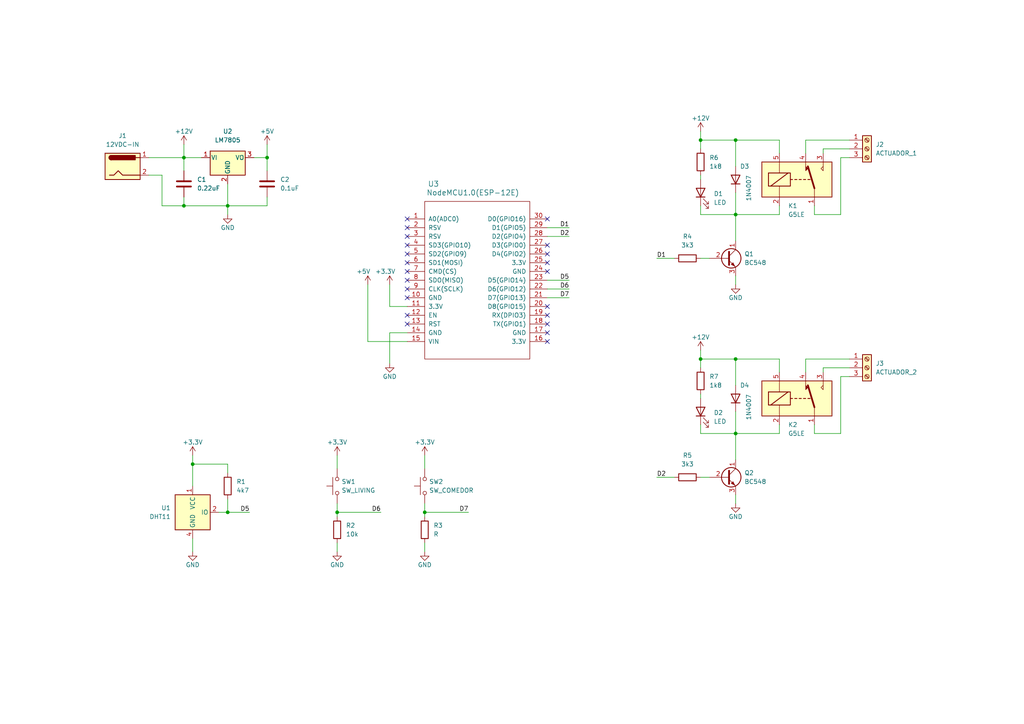
<source format=kicad_sch>
(kicad_sch (version 20211123) (generator eeschema)
  (paper "A4")
  (title_block (title "DEMO DOMÓTICA BASADO EN ESP8266") (date "2023-06-30") (rev "1") (company "Prof. Lucas Martín Treser"))
  (lib_symbols
    (symbol "Connector:Jack-DC" (pin_names (offset 1.016))
      (property "Reference" "J" (at 0 5.334 0))
      (property "Value" "Jack-DC" (at 0 -5.08 0))
      (symbol "Jack-DC_0_1"
        (rectangle (start -5.08 3.81) (end 5.08 -3.81) (stroke (width 0.254)) (fill (type background)))
        (arc (start -3.302 3.175) (mid -3.937 2.54) (end -3.302 1.905) (stroke (width 0.254)))
        (arc (start -3.302 3.175) (mid -3.937 2.54) (end -3.302 1.905) (stroke (width 0.254)) (fill (type outline)))
        (polyline (pts (xy 5.08 2.54) (xy 3.81 2.54)) (stroke (width 0.254)))
        (polyline (pts (xy -3.81 -2.54) (xy -2.54 -2.54) (xy -1.27 -1.27) (xy 0 -2.54) (xy 2.54 -2.54) (xy 5.08 -2.54)) (stroke (width 0.254)))
        (rectangle (start 3.683 3.175) (end -3.302 1.905) (stroke (width 0.254)) (fill (type outline)))
      )
      (symbol "Jack-DC_1_1"
        (pin passive line (at 7.62 2.54 180) (length 2.54) (name "~") (number "1"))
        (pin passive line (at 7.62 -2.54 180) (length 2.54) (name "~") (number "2"))
      )
    )
    (symbol "Connector:Screw_Terminal_01x03" (pin_names (offset 1.016) hide)
      (property "Reference" "J" (at 0 5.08 0))
      (property "Value" "Screw_Terminal_01x03" (at 0 -5.08 0))
      (symbol "Screw_Terminal_01x03_1_1"
        (rectangle (start -1.27 3.81) (end 1.27 -3.81) (stroke (width 0.254)) (fill (type background)))
        (circle (center 0 -2.54) (radius 0.635) (stroke (width 0.1524)))
        (polyline (pts (xy -0.5334 -2.2098) (xy 0.3302 -3.048)) (stroke (width 0.1524)))
        (polyline (pts (xy -0.5334 0.3302) (xy 0.3302 -0.508)) (stroke (width 0.1524)))
        (polyline (pts (xy -0.5334 2.8702) (xy 0.3302 2.032)) (stroke (width 0.1524)))
        (polyline (pts (xy -0.3556 -2.032) (xy 0.508 -2.8702)) (stroke (width 0.1524)))
        (polyline (pts (xy -0.3556 0.508) (xy 0.508 -0.3302)) (stroke (width 0.1524)))
        (polyline (pts (xy -0.3556 3.048) (xy 0.508 2.2098)) (stroke (width 0.1524)))
        (circle (center 0 0) (radius 0.635) (stroke (width 0.1524)))
        (circle (center 0 2.54) (radius 0.635) (stroke (width 0.1524)))
        (pin passive line (at -5.08 2.54 0) (length 3.81) (name "Pin_1") (number "1"))
        (pin passive line (at -5.08 0 0) (length 3.81) (name "Pin_2") (number "2"))
        (pin passive line (at -5.08 -2.54 0) (length 3.81) (name "Pin_3") (number "3"))
      )
    )
    (symbol "Device:C" (pin_numbers hide) (pin_names (offset 0.254))
      (property "Reference" "C" (at 0.635 2.54 0))
      (property "Value" "C" (at 0.635 -2.54 0))
      (symbol "C_0_1"
        (polyline (pts (xy -2.032 -0.762) (xy 2.032 -0.762)) (stroke (width 0.508)))
        (polyline (pts (xy -2.032 0.762) (xy 2.032 0.762)) (stroke (width 0.508)))
      )
      (symbol "C_1_1"
        (pin passive line (at 0 3.81 270) (length 2.794) (name "~") (number "1"))
        (pin passive line (at 0 -3.81 90) (length 2.794) (name "~") (number "2"))
      )
    )
    (symbol "Device:LED" (pin_numbers hide) (pin_names (offset 1.016) hide)
      (property "Reference" "D" (at 0 2.54 0))
      (property "Value" "LED" (at 0 -2.54 0))
      (symbol "LED_0_1"
        (polyline (pts (xy -1.27 -1.27) (xy -1.27 1.27)) (stroke (width 0.254)))
        (polyline (pts (xy -1.27 0) (xy 1.27 0)))
        (polyline (pts (xy 1.27 -1.27) (xy 1.27 1.27) (xy -1.27 0) (xy 1.27 -1.27)) (stroke (width 0.254)))
        (polyline (pts (xy -3.048 -0.762) (xy -4.572 -2.286) (xy -3.81 -2.286) (xy -4.572 -2.286) (xy -4.572 -1.524)))
        (polyline (pts (xy -1.778 -0.762) (xy -3.302 -2.286) (xy -2.54 -2.286) (xy -3.302 -2.286) (xy -3.302 -1.524)))
      )
      (symbol "LED_1_1"
        (pin passive line (at -3.81 0 0) (length 2.54) (name "K") (number "1"))
        (pin passive line (at 3.81 0 180) (length 2.54) (name "A") (number "2"))
      )
    )
    (symbol "Device:R" (pin_numbers hide) (pin_names (offset 0))
      (property "Reference" "R" (at 2.032 0 90))
      (property "Value" "R" (at 0 0 90))
      (symbol "R_0_1"
        (rectangle (start -1.016 -2.54) (end 1.016 2.54) (stroke (width 0.254)))
      )
      (symbol "R_1_1"
        (pin passive line (at 0 3.81 270) (length 1.27) (name "~") (number "1"))
        (pin passive line (at 0 -3.81 90) (length 1.27) (name "~") (number "2"))
      )
    )
    (symbol "Diode:1N4007" (pin_numbers hide) (pin_names hide)
      (property "Reference" "D" (at 0 2.54 0))
      (property "Value" "1N4007" (at 0 -2.54 0))
      (symbol "1N4007_0_1"
        (polyline (pts (xy -1.27 1.27) (xy -1.27 -1.27)) (stroke (width 0.254)))
        (polyline (pts (xy 1.27 0) (xy -1.27 0)))
        (polyline (pts (xy 1.27 1.27) (xy 1.27 -1.27) (xy -1.27 0) (xy 1.27 1.27)) (stroke (width 0.254)))
      )
      (symbol "1N4007_1_1"
        (pin passive line (at -3.81 0 0) (length 2.54) (name "K") (number "1"))
        (pin passive line (at 3.81 0 180) (length 2.54) (name "A") (number "2"))
      )
    )
    (symbol "ESP8266:NodeMCU1.0(ESP-12E)" (pin_names (offset 1.016))
      (property "Reference" "U" (at 0 21.59 0))
      (property "Value" "NodeMCU1.0(ESP-12E)" (at 0 -21.59 0))
      (symbol "NodeMCU1.0(ESP-12E)_0_1"
        (rectangle (start -15.24 -22.86) (end 15.24 22.86))
      )
      (symbol "NodeMCU1.0(ESP-12E)_1_1"
        (pin input line (at -20.32 17.78 0) (length 5.08) (name "A0(ADC0)") (number "1"))
        (pin input line (at -20.32 -5.08 0) (length 5.08) (name "GND") (number "10"))
        (pin input line (at -20.32 -7.62 0) (length 5.08) (name "3.3V") (number "11"))
        (pin input line (at -20.32 -10.16 0) (length 5.08) (name "EN") (number "12"))
        (pin input line (at -20.32 -12.7 0) (length 5.08) (name "RST") (number "13"))
        (pin input line (at -20.32 -15.24 0) (length 5.08) (name "GND") (number "14"))
        (pin input line (at -20.32 -17.78 0) (length 5.08) (name "VIN") (number "15"))
        (pin input line (at 20.32 -17.78 180) (length 5.08) (name "3.3V") (number "16"))
        (pin input line (at 20.32 -15.24 180) (length 5.08) (name "GND") (number "17"))
        (pin input line (at 20.32 -12.7 180) (length 5.08) (name "TX(GPIO1)") (number "18"))
        (pin input line (at 20.32 -10.16 180) (length 5.08) (name "RX(DPIO3)") (number "19"))
        (pin input line (at -20.32 15.24 0) (length 5.08) (name "RSV") (number "2"))
        (pin input line (at 20.32 -7.62 180) (length 5.08) (name "D8(GPIO15)") (number "20"))
        (pin input line (at 20.32 -5.08 180) (length 5.08) (name "D7(GPIO13)") (number "21"))
        (pin input line (at 20.32 -2.54 180) (length 5.08) (name "D6(GPIO12)") (number "22"))
        (pin input line (at 20.32 0 180) (length 5.08) (name "D5(GPIO14)") (number "23"))
        (pin input line (at 20.32 2.54 180) (length 5.08) (name "GND") (number "24"))
        (pin input line (at 20.32 5.08 180) (length 5.08) (name "3.3V") (number "25"))
        (pin input line (at 20.32 7.62 180) (length 5.08) (name "D4(GPIO2)") (number "26"))
        (pin input line (at 20.32 10.16 180) (length 5.08) (name "D3(GPIO0)") (number "27"))
        (pin input line (at 20.32 12.7 180) (length 5.08) (name "D2(GPIO4)") (number "28"))
        (pin input line (at 20.32 15.24 180) (length 5.08) (name "D1(GPIO5)") (number "29"))
        (pin input line (at -20.32 12.7 0) (length 5.08) (name "RSV") (number "3"))
        (pin input line (at 20.32 17.78 180) (length 5.08) (name "D0(GPIO16)") (number "30"))
        (pin input line (at -20.32 10.16 0) (length 5.08) (name "SD3(GPIO10)") (number "4"))
        (pin input line (at -20.32 7.62 0) (length 5.08) (name "SD2(GPIO9)") (number "5"))
        (pin input line (at -20.32 5.08 0) (length 5.08) (name "SD1(MOSI)") (number "6"))
        (pin input line (at -20.32 2.54 0) (length 5.08) (name "CMD(CS)") (number "7"))
        (pin input line (at -20.32 0 0) (length 5.08) (name "SDO(MISO)") (number "8"))
        (pin input line (at -20.32 -2.54 0) (length 5.08) (name "CLK(SCLK)") (number "9"))
      )
    )
    (symbol "Regulator_Linear:LM7805_TO220" (pin_names (offset 0.254))
      (property "Reference" "U" (at -3.81 3.175 0))
      (property "Value" "LM7805_TO220" (at 0 3.175 0))
      (symbol "LM7805_TO220_0_1"
        (rectangle (start -5.08 1.905) (end 5.08 -5.08) (stroke (width 0.254)) (fill (type background)))
      )
      (symbol "LM7805_TO220_1_1"
        (pin power_in line (at -7.62 0 0) (length 2.54) (name "VI") (number "1"))
        (pin power_in line (at 0 -7.62 90) (length 2.54) (name "GND") (number "2"))
        (pin power_out line (at 7.62 0 180) (length 2.54) (name "VO") (number "3"))
      )
    )
    (symbol "Relay:G5LE-1"
      (property "Reference" "K" (at 11.43 3.81 0))
      (property "Value" "G5LE-1" (at 11.43 1.27 0))
      (symbol "G5LE-1_0_0"
        (polyline (pts (xy 7.62 5.08) (xy 7.62 2.54) (xy 6.985 3.175) (xy 7.62 3.81)))
      )
      (symbol "G5LE-1_0_1"
        (rectangle (start -10.16 5.08) (end 10.16 -5.08) (stroke (width 0.254)) (fill (type background)))
        (rectangle (start -8.255 1.905) (end -1.905 -1.905) (stroke (width 0.254)))
        (polyline (pts (xy -7.62 -1.905) (xy -2.54 1.905)) (stroke (width 0.254)))
        (polyline (pts (xy -5.08 -5.08) (xy -5.08 -1.905)))
        (polyline (pts (xy -5.08 5.08) (xy -5.08 1.905)))
        (polyline (pts (xy -1.905 0) (xy -1.27 0)) (stroke (width 0.254)))
        (polyline (pts (xy -0.635 0) (xy 0 0)) (stroke (width 0.254)))
        (polyline (pts (xy 0.635 0) (xy 1.27 0)) (stroke (width 0.254)))
        (polyline (pts (xy 1.905 0) (xy 2.54 0)) (stroke (width 0.254)))
        (polyline (pts (xy 3.175 0) (xy 3.81 0)) (stroke (width 0.254)))
        (polyline (pts (xy 5.08 -2.54) (xy 3.175 3.81)) (stroke (width 0.508)))
        (polyline (pts (xy 5.08 -2.54) (xy 5.08 -5.08)))
        (polyline (pts (xy 2.54 5.08) (xy 2.54 2.54) (xy 3.175 3.175) (xy 2.54 3.81)) (fill (type outline)))
      )
      (symbol "G5LE-1_1_1"
        (pin passive line (at 5.08 -7.62 90) (length 2.54) (name "~") (number "1"))
        (pin passive line (at -5.08 -7.62 90) (length 2.54) (name "~") (number "2"))
        (pin passive line (at 7.62 7.62 270) (length 2.54) (name "~") (number "3"))
        (pin passive line (at 2.54 7.62 270) (length 2.54) (name "~") (number "4"))
        (pin passive line (at -5.08 7.62 270) (length 2.54) (name "~") (number "5"))
      )
    )
    (symbol "Sensor:DHT11"
      (property "Reference" "U" (at -3.81 6.35 0))
      (property "Value" "DHT11" (at 3.81 6.35 0))
      (symbol "DHT11_0_1"
        (rectangle (start -5.08 5.08) (end 5.08 -5.08) (stroke (width 0.254)) (fill (type background)))
      )
      (symbol "DHT11_1_1"
        (pin power_in line (at 0 7.62 270) (length 2.54) (name "VCC") (number "1"))
        (pin bidirectional line (at 7.62 0 180) (length 2.54) (name "IO") (number "2"))
        (pin no_connect line (at -5.08 0 0) (length 2.54) hide (name "NC") (number "3"))
        (pin power_in line (at 0 -7.62 90) (length 2.54) (name "GND") (number "4"))
      )
    )
    (symbol "Switch:SW_Push" (pin_numbers hide) (pin_names (offset 1.016) hide)
      (property "Reference" "SW" (at 1.27 2.54 0))
      (property "Value" "SW_Push" (at 0 -1.524 0))
      (symbol "SW_Push_0_1"
        (circle (center -2.032 0) (radius 0.508))
        (polyline (pts (xy 0 1.27) (xy 0 3.048)))
        (polyline (pts (xy 2.54 1.27) (xy -2.54 1.27)))
        (circle (center 2.032 0) (radius 0.508))
        (pin passive line (at -5.08 0 0) (length 2.54) (name "1") (number "1"))
        (pin passive line (at 5.08 0 180) (length 2.54) (name "2") (number "2"))
      )
    )
    (symbol "Transistor_BJT:BC548" (pin_names (offset 0) hide)
      (property "Reference" "Q" (at 5.08 1.905 0))
      (property "Value" "BC548" (at 5.08 0 0))
      (symbol "BC548_0_1"
        (polyline (pts (xy 0 0) (xy 0.635 0)))
        (polyline (pts (xy 0.635 0.635) (xy 2.54 2.54)))
        (polyline (pts (xy 0.635 -0.635) (xy 2.54 -2.54) (xy 2.54 -2.54)))
        (polyline (pts (xy 0.635 1.905) (xy 0.635 -1.905) (xy 0.635 -1.905)) (stroke (width 0.508)))
        (polyline (pts (xy 1.27 -1.778) (xy 1.778 -1.27) (xy 2.286 -2.286) (xy 1.27 -1.778) (xy 1.27 -1.778)) (fill (type outline)))
        (circle (center 1.27 0) (radius 2.8194) (stroke (width 0.254)))
      )
      (symbol "BC548_1_1"
        (pin passive line (at 2.54 5.08 270) (length 2.54) (name "C") (number "1"))
        (pin input line (at -5.08 0 0) (length 5.08) (name "B") (number "2"))
        (pin passive line (at 2.54 -5.08 90) (length 2.54) (name "E") (number "3"))
      )
    )
    (symbol "power:+12V" (power) (pin_names (offset 0))
      (property "Value" "+12V" (at 0 3.556 0))
      (symbol "+12V_0_1"
        (polyline (pts (xy -0.762 1.27) (xy 0 2.54)))
        (polyline (pts (xy 0 0) (xy 0 2.54)))
        (polyline (pts (xy 0 2.54) (xy 0.762 1.27)))
      )
      (symbol "+12V_1_1"
        (pin power_in line (at 0 0 90) (length 0) hide (name "+12V") (number "1"))
      )
    )
    (symbol "power:+3.3V" (power) (pin_names (offset 0))
      (property "Value" "+3.3V" (at 0 3.556 0))
      (symbol "+3.3V_0_1"
        (polyline (pts (xy -0.762 1.27) (xy 0 2.54)))
        (polyline (pts (xy 0 0) (xy 0 2.54)))
        (polyline (pts (xy 0 2.54) (xy 0.762 1.27)))
      )
      (symbol "+3.3V_1_1"
        (pin power_in line (at 0 0 90) (length 0) hide (name "+3.3V") (number "1"))
      )
    )
    (symbol "power:+5V" (power) (pin_names (offset 0))
      (property "Value" "+5V" (at 0 3.556 0))
      (symbol "+5V_0_1"
        (polyline (pts (xy -0.762 1.27) (xy 0 2.54)))
        (polyline (pts (xy 0 0) (xy 0 2.54)))
        (polyline (pts (xy 0 2.54) (xy 0.762 1.27)))
      )
      (symbol "+5V_1_1"
        (pin power_in line (at 0 0 90) (length 0) hide (name "+5V") (number "1"))
      )
    )
    (symbol "power:GND" (power) (pin_names (offset 0))
      (property "Value" "GND" (at 0 -3.81 0))
      (symbol "GND_0_1"
        (polyline (pts (xy 0 0) (xy 0 -1.27) (xy 1.27 -1.27) (xy 0 -2.54) (xy -1.27 -1.27) (xy 0 -1.27)))
      )
      (symbol "GND_1_1"
        (pin power_in line (at 0 0 270) (length 0) hide (name "GND") (number "1"))
      )
    )
  )
  (junction (at 66.04 59.69))
  (junction (at 53.34 45.72))
  (junction (at 55.88 134.62))
  (junction (at 97.79 148.59))
  (junction (at 213.36 104.14))
  (junction (at 53.34 59.69))
  (junction (at 213.36 40.64))
  (junction (at 66.04 148.59))
  (junction (at 213.36 125.73))
  (junction (at 203.2 104.14))
  (junction (at 77.47 45.72))
  (junction (at 203.2 40.64))
  (junction (at 213.36 62.23))
  (junction (at 123.19 148.59))
  (no_connect (at 118.11 68.58))
  (no_connect (at 118.11 83.82))
  (no_connect (at 118.11 91.44))
  (no_connect (at 118.11 66.04))
  (no_connect (at 158.75 76.2))
  (no_connect (at 118.11 86.36))
  (no_connect (at 158.75 91.44))
  (no_connect (at 158.75 63.5))
  (no_connect (at 118.11 73.66))
  (no_connect (at 158.75 78.74))
  (no_connect (at 118.11 78.74))
  (no_connect (at 158.75 99.06))
  (no_connect (at 158.75 88.9))
  (no_connect (at 118.11 71.12))
  (no_connect (at 158.75 96.52))
  (no_connect (at 158.75 93.98))
  (no_connect (at 118.11 81.28))
  (no_connect (at 118.11 63.5))
  (no_connect (at 158.75 71.12))
  (no_connect (at 118.11 76.2))
  (no_connect (at 118.11 93.98))
  (no_connect (at 158.75 73.66))
  (wire (pts (xy 158.75 66.04) (xy 165.1 66.04)))
  (wire (pts (xy 113.03 96.52) (xy 113.03 105.41)))
  (wire (pts (xy 213.36 125.73) (xy 213.36 133.35)))
  (wire (pts (xy 226.06 123.19) (xy 226.06 125.73)))
  (wire (pts (xy 190.5 74.93) (xy 195.58 74.93)))
  (wire (pts (xy 213.36 40.64) (xy 203.2 40.64)))
  (wire (pts (xy 203.2 50.8) (xy 203.2 52.07)))
  (wire (pts (xy 213.36 62.23) (xy 213.36 55.88)))
  (wire (pts (xy 190.5 138.43) (xy 195.58 138.43)))
  (wire (pts (xy 123.19 146.05) (xy 123.19 148.59)))
  (wire (pts (xy 238.76 106.68) (xy 246.38 106.68)))
  (wire (pts (xy 97.79 148.59) (xy 97.79 149.86)))
  (wire (pts (xy 203.2 104.14) (xy 203.2 106.68)))
  (wire (pts (xy 213.36 62.23) (xy 213.36 69.85)))
  (wire (pts (xy 66.04 137.16) (xy 66.04 134.62)))
  (wire (pts (xy 233.68 104.14) (xy 246.38 104.14)))
  (wire (pts (xy 66.04 144.78) (xy 66.04 148.59)))
  (wire (pts (xy 203.2 62.23) (xy 213.36 62.23)))
  (wire (pts (xy 203.2 101.6) (xy 203.2 104.14)))
  (wire (pts (xy 238.76 44.45) (xy 238.76 43.18)))
  (wire (pts (xy 53.34 57.15) (xy 53.34 59.69)))
  (wire (pts (xy 66.04 59.69) (xy 66.04 62.23)))
  (wire (pts (xy 77.47 57.15) (xy 77.47 59.69)))
  (wire (pts (xy 246.38 45.72) (xy 243.84 45.72)))
  (wire (pts (xy 118.11 88.9) (xy 113.03 88.9)))
  (wire (pts (xy 53.34 45.72) (xy 58.42 45.72)))
  (wire (pts (xy 233.68 40.64) (xy 246.38 40.64)))
  (wire (pts (xy 55.88 134.62) (xy 55.88 140.97)))
  (wire (pts (xy 123.19 148.59) (xy 123.19 149.86)))
  (wire (pts (xy 213.36 125.73) (xy 213.36 119.38)))
  (wire (pts (xy 66.04 148.59) (xy 72.39 148.59)))
  (wire (pts (xy 66.04 53.34) (xy 66.04 59.69)))
  (wire (pts (xy 238.76 43.18) (xy 246.38 43.18)))
  (wire (pts (xy 55.88 134.62) (xy 66.04 134.62)))
  (wire (pts (xy 236.22 62.23) (xy 236.22 59.69)))
  (wire (pts (xy 243.84 109.22) (xy 243.84 125.73)))
  (wire (pts (xy 55.88 156.21) (xy 55.88 160.02)))
  (wire (pts (xy 246.38 109.22) (xy 243.84 109.22)))
  (wire (pts (xy 113.03 88.9) (xy 113.03 82.55)))
  (wire (pts (xy 226.06 59.69) (xy 226.06 62.23)))
  (wire (pts (xy 238.76 107.95) (xy 238.76 106.68)))
  (wire (pts (xy 226.06 62.23) (xy 213.36 62.23)))
  (wire (pts (xy 158.75 68.58) (xy 165.1 68.58)))
  (wire (pts (xy 203.2 125.73) (xy 213.36 125.73)))
  (wire (pts (xy 77.47 41.91) (xy 77.47 45.72)))
  (wire (pts (xy 226.06 107.95) (xy 226.06 104.14)))
  (wire (pts (xy 46.99 59.69) (xy 53.34 59.69)))
  (wire (pts (xy 203.2 114.3) (xy 203.2 115.57)))
  (wire (pts (xy 46.99 50.8) (xy 46.99 59.69)))
  (wire (pts (xy 213.36 80.01) (xy 213.36 82.55)))
  (wire (pts (xy 236.22 125.73) (xy 236.22 123.19)))
  (wire (pts (xy 53.34 41.91) (xy 53.34 45.72)))
  (wire (pts (xy 97.79 146.05) (xy 97.79 148.59)))
  (wire (pts (xy 118.11 99.06) (xy 106.68 99.06)))
  (wire (pts (xy 213.36 104.14) (xy 203.2 104.14)))
  (wire (pts (xy 203.2 123.19) (xy 203.2 125.73)))
  (wire (pts (xy 55.88 132.08) (xy 55.88 134.62)))
  (wire (pts (xy 77.47 45.72) (xy 77.47 49.53)))
  (wire (pts (xy 158.75 83.82) (xy 165.1 83.82)))
  (wire (pts (xy 66.04 59.69) (xy 77.47 59.69)))
  (wire (pts (xy 158.75 81.28) (xy 165.1 81.28)))
  (wire (pts (xy 243.84 62.23) (xy 236.22 62.23)))
  (wire (pts (xy 203.2 59.69) (xy 203.2 62.23)))
  (wire (pts (xy 213.36 104.14) (xy 213.36 111.76)))
  (wire (pts (xy 123.19 148.59) (xy 135.89 148.59)))
  (wire (pts (xy 63.5 148.59) (xy 66.04 148.59)))
  (wire (pts (xy 123.19 157.48) (xy 123.19 160.02)))
  (wire (pts (xy 203.2 138.43) (xy 205.74 138.43)))
  (wire (pts (xy 203.2 40.64) (xy 203.2 43.18)))
  (wire (pts (xy 203.2 74.93) (xy 205.74 74.93)))
  (wire (pts (xy 233.68 107.95) (xy 233.68 104.14)))
  (wire (pts (xy 73.66 45.72) (xy 77.47 45.72)))
  (wire (pts (xy 53.34 59.69) (xy 66.04 59.69)))
  (wire (pts (xy 53.34 45.72) (xy 53.34 49.53)))
  (wire (pts (xy 97.79 148.59) (xy 110.49 148.59)))
  (wire (pts (xy 97.79 157.48) (xy 97.79 160.02)))
  (wire (pts (xy 226.06 104.14) (xy 213.36 104.14)))
  (wire (pts (xy 123.19 132.08) (xy 123.19 135.89)))
  (wire (pts (xy 213.36 143.51) (xy 213.36 146.05)))
  (wire (pts (xy 213.36 40.64) (xy 213.36 48.26)))
  (wire (pts (xy 158.75 86.36) (xy 165.1 86.36)))
  (wire (pts (xy 97.79 132.08) (xy 97.79 135.89)))
  (wire (pts (xy 106.68 99.06) (xy 106.68 82.55)))
  (wire (pts (xy 43.18 45.72) (xy 53.34 45.72)))
  (wire (pts (xy 226.06 40.64) (xy 213.36 40.64)))
  (wire (pts (xy 226.06 125.73) (xy 213.36 125.73)))
  (wire (pts (xy 118.11 96.52) (xy 113.03 96.52)))
  (wire (pts (xy 203.2 38.1) (xy 203.2 40.64)))
  (wire (pts (xy 243.84 125.73) (xy 236.22 125.73)))
  (wire (pts (xy 233.68 44.45) (xy 233.68 40.64)))
  (wire (pts (xy 243.84 45.72) (xy 243.84 62.23)))
  (wire (pts (xy 226.06 44.45) (xy 226.06 40.64)))
  (wire (pts (xy 43.18 50.8) (xy 46.99 50.8)))
  (label "D5" (at 165.1 81.28 180))
  (label "D6" (at 110.49 148.59 180))
  (label "D7" (at 165.1 86.36 180))
  (label "D2" (at 190.5 138.43 0))
  (label "D5" (at 72.39 148.59 180))
  (label "D1" (at 165.1 66.04 180))
  (label "D6" (at 165.1 83.82 180))
  (label "D7" (at 135.89 148.59 180))
  (label "D1" (at 190.5 74.93 0))
  (label "D2" (at 165.1 68.58 180))
  (symbol (lib_id "Diode:1N4007") (at 213.36 115.57 90) (unit 1)
    (property "Reference" "D4" (at 214.63 111.76 90) (effects (justify right)))
    (property "Value" "1N4007" (at 217.17 114.3 0) (effects (justify right)))
    (property "Footprint" "Diode_THT:D_DO-41_SOD81_P10.16mm_Horizontal" (effects hide))
    (property "Datasheet" "http://www.vishay.com/docs/88503/1n4001.pdf" (effects hide))
  )
  (symbol (lib_id "power:+12V") (at 203.2 38.1 0) (unit 1)
    (property "Reference" "#PWR013" (effects hide))
    (property "Value" "+12V" (at 203.2 34.29 0))
  )
  (symbol (lib_id "Relay:G5LE-1") (at 231.14 115.57 0) (unit 1)
    (property "Reference" "K2" (at 228.6 123.19 0) (effects (justify left)))
    (property "Value" "G5LE" (at 228.6 125.73 0) (effects (justify left)))
    (property "Footprint" "Relay_THT:Relay_SPDT_Omron-G5LE-1" (effects hide))
    (property "Datasheet" "http://www.omron.com/ecb/products/pdf/en-g5le.pdf" (effects hide))
  )
  (symbol (lib_id "Switch:SW_Push") (at 97.79 140.97 90) (unit 1)
    (property "Reference" "SW1" (at 99.06 139.6999 90) (effects (justify right)))
    (property "Value" "SW_LIVING" (at 99.06 142.2399 90) (effects (justify right)))
  )
  (symbol (lib_id "Device:R") (at 97.79 153.67 0) (unit 1)
    (property "Reference" "R2" (at 100.33 152.3999 0) (effects (justify left)))
    (property "Value" "10k" (at 100.33 154.9399 0) (effects (justify left)))
  )
  (symbol (lib_id "power:GND") (at 113.03 105.41 0) (unit 1)
    (property "Reference" "#PWR010" (effects hide))
    (property "Value" "GND" (at 113.03 109.22 0))
  )
  (symbol (lib_id "Device:R") (at 203.2 110.49 0) (unit 1)
    (property "Reference" "R7" (at 205.74 109.2199 0) (effects (justify left)))
    (property "Value" "1k8" (at 205.74 111.7599 0) (effects (justify left)))
  )
  (symbol (lib_id "Device:R") (at 66.04 140.97 0) (unit 1)
    (property "Reference" "R1" (at 68.58 139.6999 0) (effects (justify left)))
    (property "Value" "4k7" (at 68.58 142.2399 0) (effects (justify left)))
  )
  (symbol (lib_id "Relay:G5LE-1") (at 231.14 52.07 0) (unit 1)
    (property "Reference" "K1" (at 228.6 59.69 0) (effects (justify left)))
    (property "Value" "G5LE" (at 228.6 62.23 0) (effects (justify left)))
    (property "Footprint" "Relay_THT:Relay_SPDT_Omron-G5LE-1" (effects hide))
    (property "Datasheet" "http://www.omron.com/ecb/products/pdf/en-g5le.pdf" (effects hide))
  )
  (symbol (lib_id "Connector:Screw_Terminal_01x03") (at 251.46 106.68 0) (unit 1)
    (property "Reference" "J3" (at 254 105.4099 0) (effects (justify left)))
    (property "Value" "ACTUADOR_2" (at 254 107.9499 0) (effects (justify left)))
  )
  (symbol (lib_id "power:GND") (at 66.04 62.23 0) (unit 1)
    (property "Reference" "#PWR04" (effects hide))
    (property "Value" "GND" (at 66.04 66.04 0))
  )
  (symbol (lib_id "power:+12V") (at 203.2 101.6 0) (unit 1)
    (property "Reference" "#PWR014" (effects hide))
    (property "Value" "+12V" (at 203.2 97.79 0))
  )
  (symbol (lib_id "power:+3.3V") (at 123.19 132.08 0) (unit 1)
    (property "Reference" "#PWR011" (effects hide))
    (property "Value" "+3.3V" (at 123.19 128.27 0))
  )
  (symbol (lib_id "power:+3.3V") (at 97.79 132.08 0) (unit 1)
    (property "Reference" "#PWR07" (effects hide))
    (property "Value" "+3.3V" (at 97.79 128.27 0))
  )
  (symbol (lib_id "Connector:Screw_Terminal_01x03") (at 251.46 43.18 0) (unit 1)
    (property "Reference" "J2" (at 254 41.9099 0) (effects (justify left)))
    (property "Value" "ACTUADOR_1" (at 254 44.4499 0) (effects (justify left)))
  )
  (symbol (lib_id "power:+3.3V") (at 113.03 82.55 0) (unit 1)
    (property "Reference" "#PWR09" (effects hide))
    (property "Value" "+3.3V" (at 111.76 78.74 0))
  )
  (symbol (lib_id "Connector:Jack-DC") (at 35.56 48.26 0) (unit 1)
    (property "Reference" "J1" (at 35.56 39.37 0))
    (property "Value" "12VDC-IN" (at 35.56 41.91 0))
  )
  (symbol (lib_id "power:GND") (at 213.36 82.55 0) (unit 1)
    (property "Reference" "#PWR015" (effects hide))
    (property "Value" "GND" (at 213.36 86.36 0))
  )
  (symbol (lib_id "Transistor_BJT:BC548") (at 210.82 138.43 0) (unit 1)
    (property "Reference" "Q2" (at 215.9 137.1599 0) (effects (justify left)))
    (property "Value" "BC548" (at 215.9 139.6999 0) (effects (justify left)))
    (property "Footprint" "Package_TO_SOT_THT:TO-92_Inline" (effects hide))
    (property "Datasheet" "https://www.onsemi.com/pub/Collateral/BC550-D.pdf" (effects hide))
  )
  (symbol (lib_id "power:+5V") (at 106.68 82.55 0) (unit 1)
    (property "Reference" "#PWR06" (effects hide))
    (property "Value" "+5V" (at 105.41 78.74 0))
  )
  (symbol (lib_id "Device:LED") (at 203.2 55.88 90) (unit 1)
    (property "Reference" "D1" (at 207.01 56.1974 90) (effects (justify right)))
    (property "Value" "LED" (at 207.01 58.7374 90) (effects (justify right)))
  )
  (symbol (lib_id "Device:R") (at 203.2 46.99 0) (unit 1)
    (property "Reference" "R6" (at 205.74 45.7199 0) (effects (justify left)))
    (property "Value" "1k8" (at 205.74 48.2599 0) (effects (justify left)))
  )
  (symbol (lib_id "Device:C") (at 77.47 53.34 0) (unit 1)
    (property "Reference" "C2" (at 81.28 52.0699 0) (effects (justify left)))
    (property "Value" "0.1uF" (at 81.28 54.6099 0) (effects (justify left)))
  )
  (symbol (lib_id "Device:R") (at 199.39 74.93 90) (unit 1)
    (property "Reference" "R4" (at 199.39 68.58 90))
    (property "Value" "3k3" (at 199.39 71.12 90))
  )
  (symbol (lib_id "Regulator_Linear:LM7805_TO220") (at 66.04 45.72 0) (unit 1)
    (property "Reference" "U2" (at 66.04 38.1 0))
    (property "Value" "LM7805" (at 66.04 40.64 0))
    (property "Footprint" "Package_TO_SOT_THT:TO-220-3_Vertical" (effects hide))
    (property "Datasheet" "https://www.onsemi.cn/PowerSolutions/document/MC7800-D.PDF" (effects hide))
  )
  (symbol (lib_id "Device:LED") (at 203.2 119.38 90) (unit 1)
    (property "Reference" "D2" (at 207.01 119.6974 90) (effects (justify right)))
    (property "Value" "LED" (at 207.01 122.2374 90) (effects (justify right)))
  )
  (symbol (lib_id "Switch:SW_Push") (at 123.19 140.97 90) (unit 1)
    (property "Reference" "SW2" (at 124.46 139.6999 90) (effects (justify right)))
    (property "Value" "SW_COMEDOR" (at 124.46 142.2399 90) (effects (justify right)))
  )
  (symbol (lib_id "Device:R") (at 123.19 153.67 0) (unit 1)
    (property "Reference" "R3" (at 125.73 152.3999 0) (effects (justify left)))
    (property "Value" "R" (at 125.73 154.9399 0) (effects (justify left)))
  )
  (symbol (lib_id "Device:R") (at 199.39 138.43 90) (unit 1)
    (property "Reference" "R5" (at 199.39 132.08 90))
    (property "Value" "3k3" (at 199.39 134.62 90))
  )
  (symbol (lib_id "power:+12V") (at 53.34 41.91 0) (unit 1)
    (property "Reference" "#PWR01" (effects hide))
    (property "Value" "+12V" (at 53.34 38.1 0))
  )
  (symbol (lib_id "Diode:1N4007") (at 213.36 52.07 90) (unit 1)
    (property "Reference" "D3" (at 214.63 48.26 90) (effects (justify right)))
    (property "Value" "1N4007" (at 217.17 50.8 0) (effects (justify right)))
    (property "Footprint" "Diode_THT:D_DO-41_SOD81_P10.16mm_Horizontal" (effects hide))
    (property "Datasheet" "http://www.vishay.com/docs/88503/1n4001.pdf" (effects hide))
  )
  (symbol (lib_id "ESP8266:NodeMCU1.0(ESP-12E)") (at 138.43 81.28 0) (unit 1)
    (property "Reference" "U3" (at 125.73 53.34 0) (effects (font (size 1.524 1.524))))
    (property "Value" "NodeMCU1.0(ESP-12E)" (at 137.16 55.88 0) (effects (font (size 1.524 1.524))))
  )
  (symbol (lib_id "power:GND") (at 97.79 160.02 0) (unit 1)
    (property "Reference" "#PWR08" (effects hide))
    (property "Value" "GND" (at 97.79 163.83 0))
  )
  (symbol (lib_id "Device:C") (at 53.34 53.34 0) (unit 1)
    (property "Reference" "C1" (at 57.15 52.0699 0) (effects (justify left)))
    (property "Value" "0.22uF" (at 57.15 54.6099 0) (effects (justify left)))
  )
  (symbol (lib_id "power:GND") (at 123.19 160.02 0) (unit 1)
    (property "Reference" "#PWR012" (effects hide))
    (property "Value" "GND" (at 123.19 163.83 0))
  )
  (symbol (lib_id "power:GND") (at 213.36 146.05 0) (unit 1)
    (property "Reference" "#PWR016" (effects hide))
    (property "Value" "GND" (at 213.36 149.86 0))
  )
  (symbol (lib_id "power:+5V") (at 77.47 41.91 0) (unit 1)
    (property "Reference" "#PWR05" (effects hide))
    (property "Value" "+5V" (at 77.47 38.1 0))
  )
  (symbol (lib_id "Transistor_BJT:BC548") (at 210.82 74.93 0) (unit 1)
    (property "Reference" "Q1" (at 215.9 73.6599 0) (effects (justify left)))
    (property "Value" "BC548" (at 215.9 76.1999 0) (effects (justify left)))
    (property "Footprint" "Package_TO_SOT_THT:TO-92_Inline" (effects hide))
    (property "Datasheet" "https://www.onsemi.com/pub/Collateral/BC550-D.pdf" (effects hide))
  )
  (symbol (lib_id "power:+3.3V") (at 55.88 132.08 0) (unit 1)
    (property "Reference" "#PWR02" (effects hide))
    (property "Value" "+3.3V" (at 55.88 128.27 0))
  )
  (symbol (lib_id "Sensor:DHT11") (at 55.88 148.59 0) (unit 1)
    (property "Reference" "U1" (at 49.53 147.3199 0) (effects (justify right)))
    (property "Value" "DHT11" (at 49.53 149.8599 0) (effects (justify right)))
    (property "Footprint" "Sensor:Aosong_DHT11_5.5x12.0_P2.54mm" (effects hide))
    (property "Datasheet" "http://akizukidenshi.com/download/ds/aosong/DHT11.pdf" (effects hide))
  )
  (symbol (lib_id "power:GND") (at 55.88 160.02 0) (unit 1)
    (property "Reference" "#PWR03" (effects hide))
    (property "Value" "GND" (at 55.88 163.83 0))
  )
)
</source>
